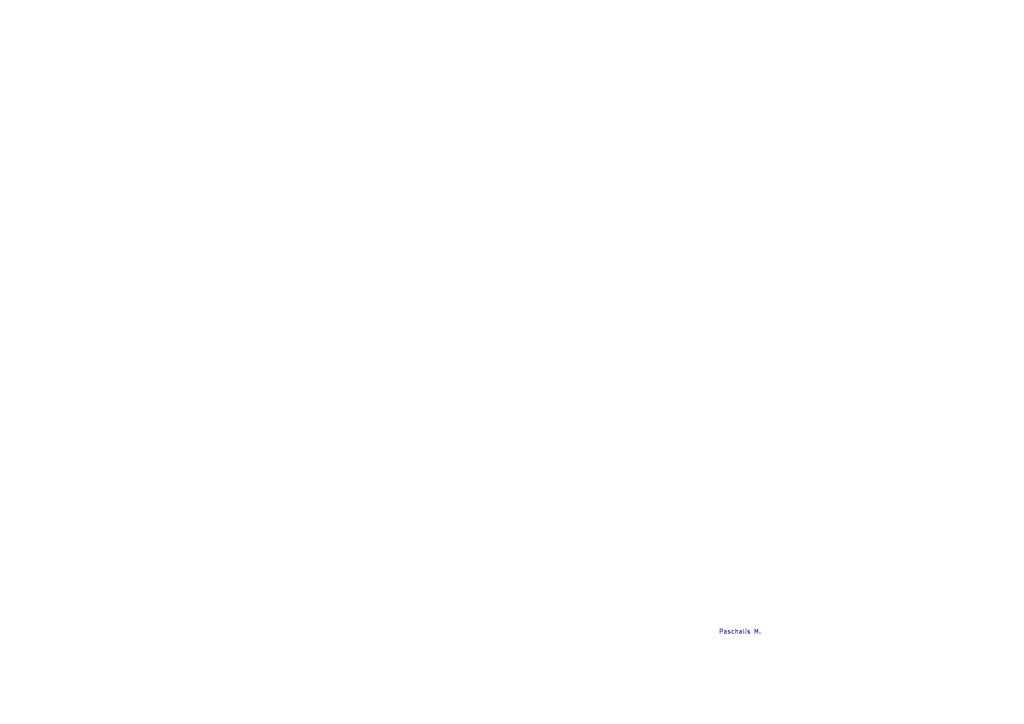
<source format=kicad_sch>
(kicad_sch
	(version 20231120)
	(generator "eeschema")
	(generator_version "8.0")
	(uuid "22b64aca-6c44-446d-b388-67d4a911b474")
	(paper "A4")
	(title_block
		(rev "1.0")
		(company "https://github.com/Paschalis | TeodoraMiu")
	)
	(lib_symbols)
	(text "Paschalis M."
		(exclude_from_sim no)
		(at 214.63 183.388 0)
		(effects
			(font
				(size 1.27 1.27)
			)
		)
		(uuid "e2e083a0-9707-407a-9494-e9d65a0f33c7")
	)
)

</source>
